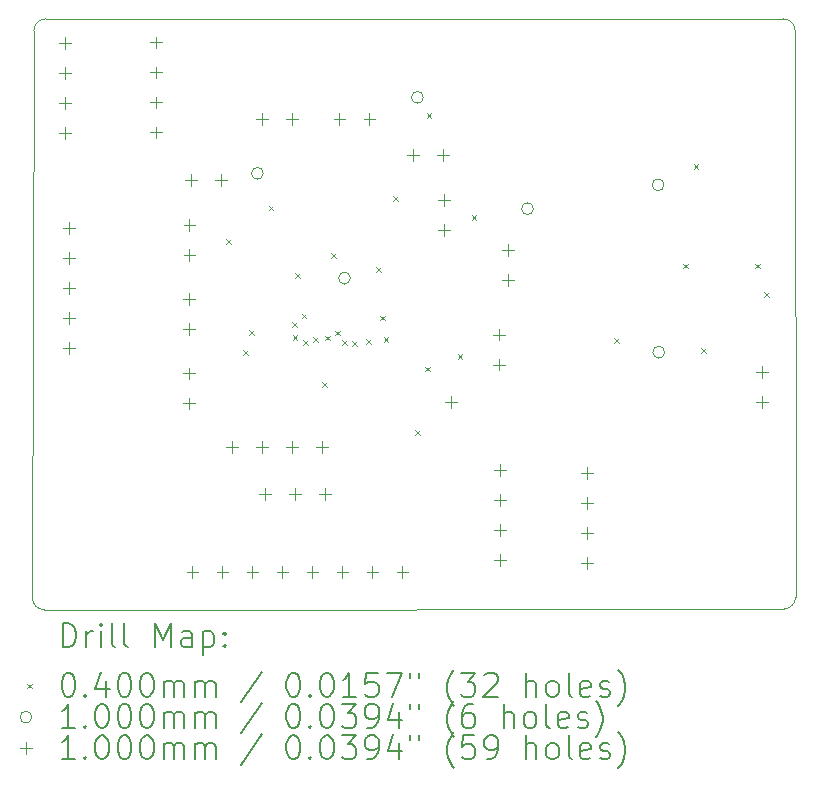
<source format=gbr>
%TF.GenerationSoftware,KiCad,Pcbnew,7.0.6*%
%TF.CreationDate,2024-02-20T00:48:51-05:00*%
%TF.ProjectId,AD7768_breakout,41443737-3638-45f6-9272-65616b6f7574,rev?*%
%TF.SameCoordinates,Original*%
%TF.FileFunction,Drillmap*%
%TF.FilePolarity,Positive*%
%FSLAX45Y45*%
G04 Gerber Fmt 4.5, Leading zero omitted, Abs format (unit mm)*
G04 Created by KiCad (PCBNEW 7.0.6) date 2024-02-20 00:48:51*
%MOMM*%
%LPD*%
G01*
G04 APERTURE LIST*
%ADD10C,0.100000*%
%ADD11C,0.200000*%
%ADD12C,0.040000*%
G04 APERTURE END LIST*
D10*
X22517516Y-9982616D02*
X16255367Y-9989884D01*
X16155251Y-9889634D02*
X16167251Y-5087250D01*
X16155257Y-9889634D02*
G75*
G03*
X16255367Y-9989883I99993J-256D01*
G01*
X22612600Y-5087400D02*
G75*
G03*
X22512600Y-4987500I-100000J-100D01*
G01*
X22612600Y-5087400D02*
X22617400Y-9882516D01*
X22517516Y-9982620D02*
G75*
G03*
X22617400Y-9882516I-116J100000D01*
G01*
X16267250Y-4987500D02*
X22512600Y-4987500D01*
X16267250Y-4987500D02*
G75*
G03*
X16167251Y-5087250I0J-100000D01*
G01*
D11*
D12*
X17792500Y-6850000D02*
X17832500Y-6890000D01*
X17832500Y-6850000D02*
X17792500Y-6890000D01*
X17937500Y-7790000D02*
X17977500Y-7830000D01*
X17977500Y-7790000D02*
X17937500Y-7830000D01*
X17992500Y-7625000D02*
X18032500Y-7665000D01*
X18032500Y-7625000D02*
X17992500Y-7665000D01*
X18155000Y-6570000D02*
X18195000Y-6610000D01*
X18195000Y-6570000D02*
X18155000Y-6610000D01*
X18355000Y-7557500D02*
X18395000Y-7597500D01*
X18395000Y-7557500D02*
X18355000Y-7597500D01*
X18357500Y-7662500D02*
X18397500Y-7702500D01*
X18397500Y-7662500D02*
X18357500Y-7702500D01*
X18382500Y-7142500D02*
X18422500Y-7182500D01*
X18422500Y-7142500D02*
X18382500Y-7182500D01*
X18435000Y-7482500D02*
X18475000Y-7522500D01*
X18475000Y-7482500D02*
X18435000Y-7522500D01*
X18450000Y-7710000D02*
X18490000Y-7750000D01*
X18490000Y-7710000D02*
X18450000Y-7750000D01*
X18533768Y-7680083D02*
X18573768Y-7720083D01*
X18573768Y-7680083D02*
X18533768Y-7720083D01*
X18607500Y-8065000D02*
X18647500Y-8105000D01*
X18647500Y-8065000D02*
X18607500Y-8105000D01*
X18632500Y-7670000D02*
X18672500Y-7710000D01*
X18672500Y-7670000D02*
X18632500Y-7710000D01*
X18685000Y-6970000D02*
X18725000Y-7010000D01*
X18725000Y-6970000D02*
X18685000Y-7010000D01*
X18720000Y-7627500D02*
X18760000Y-7667500D01*
X18760000Y-7627500D02*
X18720000Y-7667500D01*
X18775300Y-7705000D02*
X18815300Y-7745000D01*
X18815300Y-7705000D02*
X18775300Y-7745000D01*
X18863834Y-7713601D02*
X18903834Y-7753601D01*
X18903834Y-7713601D02*
X18863834Y-7753601D01*
X18982500Y-7697500D02*
X19022500Y-7737500D01*
X19022500Y-7697500D02*
X18982500Y-7737500D01*
X19067500Y-7092500D02*
X19107500Y-7132500D01*
X19107500Y-7092500D02*
X19067500Y-7132500D01*
X19100000Y-7500000D02*
X19140000Y-7540000D01*
X19140000Y-7500000D02*
X19100000Y-7540000D01*
X19130000Y-7682500D02*
X19170000Y-7722500D01*
X19170000Y-7682500D02*
X19130000Y-7722500D01*
X19210000Y-6490000D02*
X19250000Y-6530000D01*
X19250000Y-6490000D02*
X19210000Y-6530000D01*
X19395000Y-8467500D02*
X19435000Y-8507500D01*
X19435000Y-8467500D02*
X19395000Y-8507500D01*
X19482500Y-7932500D02*
X19522500Y-7972500D01*
X19522500Y-7932500D02*
X19482500Y-7972500D01*
X19492500Y-5785000D02*
X19532500Y-5825000D01*
X19532500Y-5785000D02*
X19492500Y-5825000D01*
X19755000Y-7827500D02*
X19795000Y-7867500D01*
X19795000Y-7827500D02*
X19755000Y-7867500D01*
X19875000Y-6649000D02*
X19915000Y-6689000D01*
X19915000Y-6649000D02*
X19875000Y-6689000D01*
X21077500Y-7692500D02*
X21117500Y-7732500D01*
X21117500Y-7692500D02*
X21077500Y-7732500D01*
X21662500Y-7060000D02*
X21702500Y-7100000D01*
X21702500Y-7060000D02*
X21662500Y-7100000D01*
X21752500Y-6220000D02*
X21792500Y-6260000D01*
X21792500Y-6220000D02*
X21752500Y-6260000D01*
X21815000Y-7772500D02*
X21855000Y-7812500D01*
X21855000Y-7772500D02*
X21815000Y-7812500D01*
X22273890Y-7058890D02*
X22313890Y-7098890D01*
X22313890Y-7058890D02*
X22273890Y-7098890D01*
X22350000Y-7300000D02*
X22390000Y-7340000D01*
X22390000Y-7300000D02*
X22350000Y-7340000D01*
D10*
X18110000Y-6295000D02*
G75*
G03*
X18110000Y-6295000I-50000J0D01*
G01*
X18847500Y-7182500D02*
G75*
G03*
X18847500Y-7182500I-50000J0D01*
G01*
X19465000Y-5652500D02*
G75*
G03*
X19465000Y-5652500I-50000J0D01*
G01*
X20397000Y-6595000D02*
G75*
G03*
X20397000Y-6595000I-50000J0D01*
G01*
X21502500Y-6392500D02*
G75*
G03*
X21502500Y-6392500I-50000J0D01*
G01*
X21507500Y-7810000D02*
G75*
G03*
X21507500Y-7810000I-50000J0D01*
G01*
X16432500Y-5145000D02*
X16432500Y-5245000D01*
X16382500Y-5195000D02*
X16482500Y-5195000D01*
X16432500Y-5399000D02*
X16432500Y-5499000D01*
X16382500Y-5449000D02*
X16482500Y-5449000D01*
X16432500Y-5653000D02*
X16432500Y-5753000D01*
X16382500Y-5703000D02*
X16482500Y-5703000D01*
X16432500Y-5907000D02*
X16432500Y-6007000D01*
X16382500Y-5957000D02*
X16482500Y-5957000D01*
X16465000Y-6706000D02*
X16465000Y-6806000D01*
X16415000Y-6756000D02*
X16515000Y-6756000D01*
X16465000Y-6960000D02*
X16465000Y-7060000D01*
X16415000Y-7010000D02*
X16515000Y-7010000D01*
X16465000Y-7214000D02*
X16465000Y-7314000D01*
X16415000Y-7264000D02*
X16515000Y-7264000D01*
X16465000Y-7468000D02*
X16465000Y-7568000D01*
X16415000Y-7518000D02*
X16515000Y-7518000D01*
X16465000Y-7722000D02*
X16465000Y-7822000D01*
X16415000Y-7772000D02*
X16515000Y-7772000D01*
X17202500Y-5137500D02*
X17202500Y-5237500D01*
X17152500Y-5187500D02*
X17252500Y-5187500D01*
X17202500Y-5391500D02*
X17202500Y-5491500D01*
X17152500Y-5441500D02*
X17252500Y-5441500D01*
X17202500Y-5645500D02*
X17202500Y-5745500D01*
X17152500Y-5695500D02*
X17252500Y-5695500D01*
X17202500Y-5899500D02*
X17202500Y-5999500D01*
X17152500Y-5949500D02*
X17252500Y-5949500D01*
X17480000Y-7940000D02*
X17480000Y-8040000D01*
X17430000Y-7990000D02*
X17530000Y-7990000D01*
X17480000Y-8194000D02*
X17480000Y-8294000D01*
X17430000Y-8244000D02*
X17530000Y-8244000D01*
X17482500Y-7312500D02*
X17482500Y-7412500D01*
X17432500Y-7362500D02*
X17532500Y-7362500D01*
X17482500Y-7566500D02*
X17482500Y-7666500D01*
X17432500Y-7616500D02*
X17532500Y-7616500D01*
X17485000Y-6682500D02*
X17485000Y-6782500D01*
X17435000Y-6732500D02*
X17535000Y-6732500D01*
X17485000Y-6936500D02*
X17485000Y-7036500D01*
X17435000Y-6986500D02*
X17535000Y-6986500D01*
X17498500Y-6302500D02*
X17498500Y-6402500D01*
X17448500Y-6352500D02*
X17548500Y-6352500D01*
X17510000Y-9620000D02*
X17510000Y-9720000D01*
X17460000Y-9670000D02*
X17560000Y-9670000D01*
X17752500Y-6302500D02*
X17752500Y-6402500D01*
X17702500Y-6352500D02*
X17802500Y-6352500D01*
X17764000Y-9620000D02*
X17764000Y-9720000D01*
X17714000Y-9670000D02*
X17814000Y-9670000D01*
X17842000Y-8565000D02*
X17842000Y-8665000D01*
X17792000Y-8615000D02*
X17892000Y-8615000D01*
X18018000Y-9620000D02*
X18018000Y-9720000D01*
X17968000Y-9670000D02*
X18068000Y-9670000D01*
X18096000Y-8565000D02*
X18096000Y-8665000D01*
X18046000Y-8615000D02*
X18146000Y-8615000D01*
X18101000Y-5787500D02*
X18101000Y-5887500D01*
X18051000Y-5837500D02*
X18151000Y-5837500D01*
X18123500Y-8957500D02*
X18123500Y-9057500D01*
X18073500Y-9007500D02*
X18173500Y-9007500D01*
X18272000Y-9620000D02*
X18272000Y-9720000D01*
X18222000Y-9670000D02*
X18322000Y-9670000D01*
X18350000Y-8565000D02*
X18350000Y-8665000D01*
X18300000Y-8615000D02*
X18400000Y-8615000D01*
X18355000Y-5787500D02*
X18355000Y-5887500D01*
X18305000Y-5837500D02*
X18405000Y-5837500D01*
X18377500Y-8957500D02*
X18377500Y-9057500D01*
X18327500Y-9007500D02*
X18427500Y-9007500D01*
X18526000Y-9620000D02*
X18526000Y-9720000D01*
X18476000Y-9670000D02*
X18576000Y-9670000D01*
X18604000Y-8565000D02*
X18604000Y-8665000D01*
X18554000Y-8615000D02*
X18654000Y-8615000D01*
X18631500Y-8957500D02*
X18631500Y-9057500D01*
X18581500Y-9007500D02*
X18681500Y-9007500D01*
X18755000Y-5787500D02*
X18755000Y-5887500D01*
X18705000Y-5837500D02*
X18805000Y-5837500D01*
X18780000Y-9620000D02*
X18780000Y-9720000D01*
X18730000Y-9670000D02*
X18830000Y-9670000D01*
X19009000Y-5787500D02*
X19009000Y-5887500D01*
X18959000Y-5837500D02*
X19059000Y-5837500D01*
X19034000Y-9620000D02*
X19034000Y-9720000D01*
X18984000Y-9670000D02*
X19084000Y-9670000D01*
X19288000Y-9620000D02*
X19288000Y-9720000D01*
X19238000Y-9670000D02*
X19338000Y-9670000D01*
X19380000Y-6092500D02*
X19380000Y-6192500D01*
X19330000Y-6142500D02*
X19430000Y-6142500D01*
X19634000Y-6092500D02*
X19634000Y-6192500D01*
X19584000Y-6142500D02*
X19684000Y-6142500D01*
X19637500Y-6472500D02*
X19637500Y-6572500D01*
X19587500Y-6522500D02*
X19687500Y-6522500D01*
X19637500Y-6726500D02*
X19637500Y-6826500D01*
X19587500Y-6776500D02*
X19687500Y-6776500D01*
X19697500Y-8182500D02*
X19697500Y-8282500D01*
X19647500Y-8232500D02*
X19747500Y-8232500D01*
X20107500Y-7610000D02*
X20107500Y-7710000D01*
X20057500Y-7660000D02*
X20157500Y-7660000D01*
X20107500Y-7864000D02*
X20107500Y-7964000D01*
X20057500Y-7914000D02*
X20157500Y-7914000D01*
X20116000Y-8758000D02*
X20116000Y-8858000D01*
X20066000Y-8808000D02*
X20166000Y-8808000D01*
X20116000Y-9012000D02*
X20116000Y-9112000D01*
X20066000Y-9062000D02*
X20166000Y-9062000D01*
X20116000Y-9266000D02*
X20116000Y-9366000D01*
X20066000Y-9316000D02*
X20166000Y-9316000D01*
X20116000Y-9520000D02*
X20116000Y-9620000D01*
X20066000Y-9570000D02*
X20166000Y-9570000D01*
X20182500Y-6895000D02*
X20182500Y-6995000D01*
X20132500Y-6945000D02*
X20232500Y-6945000D01*
X20182500Y-7149000D02*
X20182500Y-7249000D01*
X20132500Y-7199000D02*
X20232500Y-7199000D01*
X20852000Y-8782000D02*
X20852000Y-8882000D01*
X20802000Y-8832000D02*
X20902000Y-8832000D01*
X20852000Y-9036000D02*
X20852000Y-9136000D01*
X20802000Y-9086000D02*
X20902000Y-9086000D01*
X20852000Y-9290000D02*
X20852000Y-9390000D01*
X20802000Y-9340000D02*
X20902000Y-9340000D01*
X20852000Y-9544000D02*
X20852000Y-9644000D01*
X20802000Y-9594000D02*
X20902000Y-9594000D01*
X22335000Y-7930000D02*
X22335000Y-8030000D01*
X22285000Y-7980000D02*
X22385000Y-7980000D01*
X22335000Y-8184000D02*
X22335000Y-8284000D01*
X22285000Y-8234000D02*
X22385000Y-8234000D01*
D11*
X16411028Y-10306367D02*
X16411028Y-10106367D01*
X16411028Y-10106367D02*
X16458647Y-10106367D01*
X16458647Y-10106367D02*
X16487218Y-10115891D01*
X16487218Y-10115891D02*
X16506266Y-10134939D01*
X16506266Y-10134939D02*
X16515789Y-10153986D01*
X16515789Y-10153986D02*
X16525313Y-10192082D01*
X16525313Y-10192082D02*
X16525313Y-10220653D01*
X16525313Y-10220653D02*
X16515789Y-10258748D01*
X16515789Y-10258748D02*
X16506266Y-10277796D01*
X16506266Y-10277796D02*
X16487218Y-10296844D01*
X16487218Y-10296844D02*
X16458647Y-10306367D01*
X16458647Y-10306367D02*
X16411028Y-10306367D01*
X16611028Y-10306367D02*
X16611028Y-10173034D01*
X16611028Y-10211129D02*
X16620551Y-10192082D01*
X16620551Y-10192082D02*
X16630075Y-10182558D01*
X16630075Y-10182558D02*
X16649123Y-10173034D01*
X16649123Y-10173034D02*
X16668170Y-10173034D01*
X16734837Y-10306367D02*
X16734837Y-10173034D01*
X16734837Y-10106367D02*
X16725313Y-10115891D01*
X16725313Y-10115891D02*
X16734837Y-10125415D01*
X16734837Y-10125415D02*
X16744361Y-10115891D01*
X16744361Y-10115891D02*
X16734837Y-10106367D01*
X16734837Y-10106367D02*
X16734837Y-10125415D01*
X16858647Y-10306367D02*
X16839599Y-10296844D01*
X16839599Y-10296844D02*
X16830075Y-10277796D01*
X16830075Y-10277796D02*
X16830075Y-10106367D01*
X16963409Y-10306367D02*
X16944361Y-10296844D01*
X16944361Y-10296844D02*
X16934837Y-10277796D01*
X16934837Y-10277796D02*
X16934837Y-10106367D01*
X17191980Y-10306367D02*
X17191980Y-10106367D01*
X17191980Y-10106367D02*
X17258647Y-10249225D01*
X17258647Y-10249225D02*
X17325313Y-10106367D01*
X17325313Y-10106367D02*
X17325313Y-10306367D01*
X17506266Y-10306367D02*
X17506266Y-10201606D01*
X17506266Y-10201606D02*
X17496742Y-10182558D01*
X17496742Y-10182558D02*
X17477694Y-10173034D01*
X17477694Y-10173034D02*
X17439599Y-10173034D01*
X17439599Y-10173034D02*
X17420551Y-10182558D01*
X17506266Y-10296844D02*
X17487218Y-10306367D01*
X17487218Y-10306367D02*
X17439599Y-10306367D01*
X17439599Y-10306367D02*
X17420551Y-10296844D01*
X17420551Y-10296844D02*
X17411028Y-10277796D01*
X17411028Y-10277796D02*
X17411028Y-10258748D01*
X17411028Y-10258748D02*
X17420551Y-10239701D01*
X17420551Y-10239701D02*
X17439599Y-10230177D01*
X17439599Y-10230177D02*
X17487218Y-10230177D01*
X17487218Y-10230177D02*
X17506266Y-10220653D01*
X17601504Y-10173034D02*
X17601504Y-10373034D01*
X17601504Y-10182558D02*
X17620551Y-10173034D01*
X17620551Y-10173034D02*
X17658647Y-10173034D01*
X17658647Y-10173034D02*
X17677694Y-10182558D01*
X17677694Y-10182558D02*
X17687218Y-10192082D01*
X17687218Y-10192082D02*
X17696742Y-10211129D01*
X17696742Y-10211129D02*
X17696742Y-10268272D01*
X17696742Y-10268272D02*
X17687218Y-10287320D01*
X17687218Y-10287320D02*
X17677694Y-10296844D01*
X17677694Y-10296844D02*
X17658647Y-10306367D01*
X17658647Y-10306367D02*
X17620551Y-10306367D01*
X17620551Y-10306367D02*
X17601504Y-10296844D01*
X17782456Y-10287320D02*
X17791980Y-10296844D01*
X17791980Y-10296844D02*
X17782456Y-10306367D01*
X17782456Y-10306367D02*
X17772932Y-10296844D01*
X17772932Y-10296844D02*
X17782456Y-10287320D01*
X17782456Y-10287320D02*
X17782456Y-10306367D01*
X17782456Y-10182558D02*
X17791980Y-10192082D01*
X17791980Y-10192082D02*
X17782456Y-10201606D01*
X17782456Y-10201606D02*
X17772932Y-10192082D01*
X17772932Y-10192082D02*
X17782456Y-10182558D01*
X17782456Y-10182558D02*
X17782456Y-10201606D01*
D12*
X16110251Y-10614884D02*
X16150251Y-10654884D01*
X16150251Y-10614884D02*
X16110251Y-10654884D01*
D11*
X16449123Y-10526367D02*
X16468170Y-10526367D01*
X16468170Y-10526367D02*
X16487218Y-10535891D01*
X16487218Y-10535891D02*
X16496742Y-10545415D01*
X16496742Y-10545415D02*
X16506266Y-10564463D01*
X16506266Y-10564463D02*
X16515789Y-10602558D01*
X16515789Y-10602558D02*
X16515789Y-10650177D01*
X16515789Y-10650177D02*
X16506266Y-10688272D01*
X16506266Y-10688272D02*
X16496742Y-10707320D01*
X16496742Y-10707320D02*
X16487218Y-10716844D01*
X16487218Y-10716844D02*
X16468170Y-10726367D01*
X16468170Y-10726367D02*
X16449123Y-10726367D01*
X16449123Y-10726367D02*
X16430075Y-10716844D01*
X16430075Y-10716844D02*
X16420551Y-10707320D01*
X16420551Y-10707320D02*
X16411028Y-10688272D01*
X16411028Y-10688272D02*
X16401504Y-10650177D01*
X16401504Y-10650177D02*
X16401504Y-10602558D01*
X16401504Y-10602558D02*
X16411028Y-10564463D01*
X16411028Y-10564463D02*
X16420551Y-10545415D01*
X16420551Y-10545415D02*
X16430075Y-10535891D01*
X16430075Y-10535891D02*
X16449123Y-10526367D01*
X16601504Y-10707320D02*
X16611028Y-10716844D01*
X16611028Y-10716844D02*
X16601504Y-10726367D01*
X16601504Y-10726367D02*
X16591980Y-10716844D01*
X16591980Y-10716844D02*
X16601504Y-10707320D01*
X16601504Y-10707320D02*
X16601504Y-10726367D01*
X16782456Y-10593034D02*
X16782456Y-10726367D01*
X16734837Y-10516844D02*
X16687218Y-10659701D01*
X16687218Y-10659701D02*
X16811028Y-10659701D01*
X16925313Y-10526367D02*
X16944361Y-10526367D01*
X16944361Y-10526367D02*
X16963409Y-10535891D01*
X16963409Y-10535891D02*
X16972932Y-10545415D01*
X16972932Y-10545415D02*
X16982456Y-10564463D01*
X16982456Y-10564463D02*
X16991980Y-10602558D01*
X16991980Y-10602558D02*
X16991980Y-10650177D01*
X16991980Y-10650177D02*
X16982456Y-10688272D01*
X16982456Y-10688272D02*
X16972932Y-10707320D01*
X16972932Y-10707320D02*
X16963409Y-10716844D01*
X16963409Y-10716844D02*
X16944361Y-10726367D01*
X16944361Y-10726367D02*
X16925313Y-10726367D01*
X16925313Y-10726367D02*
X16906266Y-10716844D01*
X16906266Y-10716844D02*
X16896742Y-10707320D01*
X16896742Y-10707320D02*
X16887218Y-10688272D01*
X16887218Y-10688272D02*
X16877694Y-10650177D01*
X16877694Y-10650177D02*
X16877694Y-10602558D01*
X16877694Y-10602558D02*
X16887218Y-10564463D01*
X16887218Y-10564463D02*
X16896742Y-10545415D01*
X16896742Y-10545415D02*
X16906266Y-10535891D01*
X16906266Y-10535891D02*
X16925313Y-10526367D01*
X17115790Y-10526367D02*
X17134837Y-10526367D01*
X17134837Y-10526367D02*
X17153885Y-10535891D01*
X17153885Y-10535891D02*
X17163409Y-10545415D01*
X17163409Y-10545415D02*
X17172932Y-10564463D01*
X17172932Y-10564463D02*
X17182456Y-10602558D01*
X17182456Y-10602558D02*
X17182456Y-10650177D01*
X17182456Y-10650177D02*
X17172932Y-10688272D01*
X17172932Y-10688272D02*
X17163409Y-10707320D01*
X17163409Y-10707320D02*
X17153885Y-10716844D01*
X17153885Y-10716844D02*
X17134837Y-10726367D01*
X17134837Y-10726367D02*
X17115790Y-10726367D01*
X17115790Y-10726367D02*
X17096742Y-10716844D01*
X17096742Y-10716844D02*
X17087218Y-10707320D01*
X17087218Y-10707320D02*
X17077694Y-10688272D01*
X17077694Y-10688272D02*
X17068171Y-10650177D01*
X17068171Y-10650177D02*
X17068171Y-10602558D01*
X17068171Y-10602558D02*
X17077694Y-10564463D01*
X17077694Y-10564463D02*
X17087218Y-10545415D01*
X17087218Y-10545415D02*
X17096742Y-10535891D01*
X17096742Y-10535891D02*
X17115790Y-10526367D01*
X17268171Y-10726367D02*
X17268171Y-10593034D01*
X17268171Y-10612082D02*
X17277694Y-10602558D01*
X17277694Y-10602558D02*
X17296742Y-10593034D01*
X17296742Y-10593034D02*
X17325313Y-10593034D01*
X17325313Y-10593034D02*
X17344361Y-10602558D01*
X17344361Y-10602558D02*
X17353885Y-10621606D01*
X17353885Y-10621606D02*
X17353885Y-10726367D01*
X17353885Y-10621606D02*
X17363409Y-10602558D01*
X17363409Y-10602558D02*
X17382456Y-10593034D01*
X17382456Y-10593034D02*
X17411028Y-10593034D01*
X17411028Y-10593034D02*
X17430075Y-10602558D01*
X17430075Y-10602558D02*
X17439599Y-10621606D01*
X17439599Y-10621606D02*
X17439599Y-10726367D01*
X17534837Y-10726367D02*
X17534837Y-10593034D01*
X17534837Y-10612082D02*
X17544361Y-10602558D01*
X17544361Y-10602558D02*
X17563409Y-10593034D01*
X17563409Y-10593034D02*
X17591980Y-10593034D01*
X17591980Y-10593034D02*
X17611028Y-10602558D01*
X17611028Y-10602558D02*
X17620552Y-10621606D01*
X17620552Y-10621606D02*
X17620552Y-10726367D01*
X17620552Y-10621606D02*
X17630075Y-10602558D01*
X17630075Y-10602558D02*
X17649123Y-10593034D01*
X17649123Y-10593034D02*
X17677694Y-10593034D01*
X17677694Y-10593034D02*
X17696742Y-10602558D01*
X17696742Y-10602558D02*
X17706266Y-10621606D01*
X17706266Y-10621606D02*
X17706266Y-10726367D01*
X18096742Y-10516844D02*
X17925314Y-10773986D01*
X18353885Y-10526367D02*
X18372933Y-10526367D01*
X18372933Y-10526367D02*
X18391980Y-10535891D01*
X18391980Y-10535891D02*
X18401504Y-10545415D01*
X18401504Y-10545415D02*
X18411028Y-10564463D01*
X18411028Y-10564463D02*
X18420552Y-10602558D01*
X18420552Y-10602558D02*
X18420552Y-10650177D01*
X18420552Y-10650177D02*
X18411028Y-10688272D01*
X18411028Y-10688272D02*
X18401504Y-10707320D01*
X18401504Y-10707320D02*
X18391980Y-10716844D01*
X18391980Y-10716844D02*
X18372933Y-10726367D01*
X18372933Y-10726367D02*
X18353885Y-10726367D01*
X18353885Y-10726367D02*
X18334837Y-10716844D01*
X18334837Y-10716844D02*
X18325314Y-10707320D01*
X18325314Y-10707320D02*
X18315790Y-10688272D01*
X18315790Y-10688272D02*
X18306266Y-10650177D01*
X18306266Y-10650177D02*
X18306266Y-10602558D01*
X18306266Y-10602558D02*
X18315790Y-10564463D01*
X18315790Y-10564463D02*
X18325314Y-10545415D01*
X18325314Y-10545415D02*
X18334837Y-10535891D01*
X18334837Y-10535891D02*
X18353885Y-10526367D01*
X18506266Y-10707320D02*
X18515790Y-10716844D01*
X18515790Y-10716844D02*
X18506266Y-10726367D01*
X18506266Y-10726367D02*
X18496742Y-10716844D01*
X18496742Y-10716844D02*
X18506266Y-10707320D01*
X18506266Y-10707320D02*
X18506266Y-10726367D01*
X18639599Y-10526367D02*
X18658647Y-10526367D01*
X18658647Y-10526367D02*
X18677695Y-10535891D01*
X18677695Y-10535891D02*
X18687218Y-10545415D01*
X18687218Y-10545415D02*
X18696742Y-10564463D01*
X18696742Y-10564463D02*
X18706266Y-10602558D01*
X18706266Y-10602558D02*
X18706266Y-10650177D01*
X18706266Y-10650177D02*
X18696742Y-10688272D01*
X18696742Y-10688272D02*
X18687218Y-10707320D01*
X18687218Y-10707320D02*
X18677695Y-10716844D01*
X18677695Y-10716844D02*
X18658647Y-10726367D01*
X18658647Y-10726367D02*
X18639599Y-10726367D01*
X18639599Y-10726367D02*
X18620552Y-10716844D01*
X18620552Y-10716844D02*
X18611028Y-10707320D01*
X18611028Y-10707320D02*
X18601504Y-10688272D01*
X18601504Y-10688272D02*
X18591980Y-10650177D01*
X18591980Y-10650177D02*
X18591980Y-10602558D01*
X18591980Y-10602558D02*
X18601504Y-10564463D01*
X18601504Y-10564463D02*
X18611028Y-10545415D01*
X18611028Y-10545415D02*
X18620552Y-10535891D01*
X18620552Y-10535891D02*
X18639599Y-10526367D01*
X18896742Y-10726367D02*
X18782456Y-10726367D01*
X18839599Y-10726367D02*
X18839599Y-10526367D01*
X18839599Y-10526367D02*
X18820552Y-10554939D01*
X18820552Y-10554939D02*
X18801504Y-10573986D01*
X18801504Y-10573986D02*
X18782456Y-10583510D01*
X19077695Y-10526367D02*
X18982456Y-10526367D01*
X18982456Y-10526367D02*
X18972933Y-10621606D01*
X18972933Y-10621606D02*
X18982456Y-10612082D01*
X18982456Y-10612082D02*
X19001504Y-10602558D01*
X19001504Y-10602558D02*
X19049123Y-10602558D01*
X19049123Y-10602558D02*
X19068171Y-10612082D01*
X19068171Y-10612082D02*
X19077695Y-10621606D01*
X19077695Y-10621606D02*
X19087218Y-10640653D01*
X19087218Y-10640653D02*
X19087218Y-10688272D01*
X19087218Y-10688272D02*
X19077695Y-10707320D01*
X19077695Y-10707320D02*
X19068171Y-10716844D01*
X19068171Y-10716844D02*
X19049123Y-10726367D01*
X19049123Y-10726367D02*
X19001504Y-10726367D01*
X19001504Y-10726367D02*
X18982456Y-10716844D01*
X18982456Y-10716844D02*
X18972933Y-10707320D01*
X19153885Y-10526367D02*
X19287218Y-10526367D01*
X19287218Y-10526367D02*
X19201504Y-10726367D01*
X19353885Y-10526367D02*
X19353885Y-10564463D01*
X19430076Y-10526367D02*
X19430076Y-10564463D01*
X19725314Y-10802558D02*
X19715790Y-10793034D01*
X19715790Y-10793034D02*
X19696742Y-10764463D01*
X19696742Y-10764463D02*
X19687218Y-10745415D01*
X19687218Y-10745415D02*
X19677695Y-10716844D01*
X19677695Y-10716844D02*
X19668171Y-10669225D01*
X19668171Y-10669225D02*
X19668171Y-10631129D01*
X19668171Y-10631129D02*
X19677695Y-10583510D01*
X19677695Y-10583510D02*
X19687218Y-10554939D01*
X19687218Y-10554939D02*
X19696742Y-10535891D01*
X19696742Y-10535891D02*
X19715790Y-10507320D01*
X19715790Y-10507320D02*
X19725314Y-10497796D01*
X19782457Y-10526367D02*
X19906266Y-10526367D01*
X19906266Y-10526367D02*
X19839599Y-10602558D01*
X19839599Y-10602558D02*
X19868171Y-10602558D01*
X19868171Y-10602558D02*
X19887218Y-10612082D01*
X19887218Y-10612082D02*
X19896742Y-10621606D01*
X19896742Y-10621606D02*
X19906266Y-10640653D01*
X19906266Y-10640653D02*
X19906266Y-10688272D01*
X19906266Y-10688272D02*
X19896742Y-10707320D01*
X19896742Y-10707320D02*
X19887218Y-10716844D01*
X19887218Y-10716844D02*
X19868171Y-10726367D01*
X19868171Y-10726367D02*
X19811028Y-10726367D01*
X19811028Y-10726367D02*
X19791980Y-10716844D01*
X19791980Y-10716844D02*
X19782457Y-10707320D01*
X19982457Y-10545415D02*
X19991980Y-10535891D01*
X19991980Y-10535891D02*
X20011028Y-10526367D01*
X20011028Y-10526367D02*
X20058647Y-10526367D01*
X20058647Y-10526367D02*
X20077695Y-10535891D01*
X20077695Y-10535891D02*
X20087218Y-10545415D01*
X20087218Y-10545415D02*
X20096742Y-10564463D01*
X20096742Y-10564463D02*
X20096742Y-10583510D01*
X20096742Y-10583510D02*
X20087218Y-10612082D01*
X20087218Y-10612082D02*
X19972933Y-10726367D01*
X19972933Y-10726367D02*
X20096742Y-10726367D01*
X20334838Y-10726367D02*
X20334838Y-10526367D01*
X20420552Y-10726367D02*
X20420552Y-10621606D01*
X20420552Y-10621606D02*
X20411028Y-10602558D01*
X20411028Y-10602558D02*
X20391980Y-10593034D01*
X20391980Y-10593034D02*
X20363409Y-10593034D01*
X20363409Y-10593034D02*
X20344361Y-10602558D01*
X20344361Y-10602558D02*
X20334838Y-10612082D01*
X20544361Y-10726367D02*
X20525314Y-10716844D01*
X20525314Y-10716844D02*
X20515790Y-10707320D01*
X20515790Y-10707320D02*
X20506266Y-10688272D01*
X20506266Y-10688272D02*
X20506266Y-10631129D01*
X20506266Y-10631129D02*
X20515790Y-10612082D01*
X20515790Y-10612082D02*
X20525314Y-10602558D01*
X20525314Y-10602558D02*
X20544361Y-10593034D01*
X20544361Y-10593034D02*
X20572933Y-10593034D01*
X20572933Y-10593034D02*
X20591980Y-10602558D01*
X20591980Y-10602558D02*
X20601504Y-10612082D01*
X20601504Y-10612082D02*
X20611028Y-10631129D01*
X20611028Y-10631129D02*
X20611028Y-10688272D01*
X20611028Y-10688272D02*
X20601504Y-10707320D01*
X20601504Y-10707320D02*
X20591980Y-10716844D01*
X20591980Y-10716844D02*
X20572933Y-10726367D01*
X20572933Y-10726367D02*
X20544361Y-10726367D01*
X20725314Y-10726367D02*
X20706266Y-10716844D01*
X20706266Y-10716844D02*
X20696742Y-10697796D01*
X20696742Y-10697796D02*
X20696742Y-10526367D01*
X20877695Y-10716844D02*
X20858647Y-10726367D01*
X20858647Y-10726367D02*
X20820552Y-10726367D01*
X20820552Y-10726367D02*
X20801504Y-10716844D01*
X20801504Y-10716844D02*
X20791980Y-10697796D01*
X20791980Y-10697796D02*
X20791980Y-10621606D01*
X20791980Y-10621606D02*
X20801504Y-10602558D01*
X20801504Y-10602558D02*
X20820552Y-10593034D01*
X20820552Y-10593034D02*
X20858647Y-10593034D01*
X20858647Y-10593034D02*
X20877695Y-10602558D01*
X20877695Y-10602558D02*
X20887219Y-10621606D01*
X20887219Y-10621606D02*
X20887219Y-10640653D01*
X20887219Y-10640653D02*
X20791980Y-10659701D01*
X20963409Y-10716844D02*
X20982457Y-10726367D01*
X20982457Y-10726367D02*
X21020552Y-10726367D01*
X21020552Y-10726367D02*
X21039600Y-10716844D01*
X21039600Y-10716844D02*
X21049123Y-10697796D01*
X21049123Y-10697796D02*
X21049123Y-10688272D01*
X21049123Y-10688272D02*
X21039600Y-10669225D01*
X21039600Y-10669225D02*
X21020552Y-10659701D01*
X21020552Y-10659701D02*
X20991980Y-10659701D01*
X20991980Y-10659701D02*
X20972933Y-10650177D01*
X20972933Y-10650177D02*
X20963409Y-10631129D01*
X20963409Y-10631129D02*
X20963409Y-10621606D01*
X20963409Y-10621606D02*
X20972933Y-10602558D01*
X20972933Y-10602558D02*
X20991980Y-10593034D01*
X20991980Y-10593034D02*
X21020552Y-10593034D01*
X21020552Y-10593034D02*
X21039600Y-10602558D01*
X21115790Y-10802558D02*
X21125314Y-10793034D01*
X21125314Y-10793034D02*
X21144361Y-10764463D01*
X21144361Y-10764463D02*
X21153885Y-10745415D01*
X21153885Y-10745415D02*
X21163409Y-10716844D01*
X21163409Y-10716844D02*
X21172933Y-10669225D01*
X21172933Y-10669225D02*
X21172933Y-10631129D01*
X21172933Y-10631129D02*
X21163409Y-10583510D01*
X21163409Y-10583510D02*
X21153885Y-10554939D01*
X21153885Y-10554939D02*
X21144361Y-10535891D01*
X21144361Y-10535891D02*
X21125314Y-10507320D01*
X21125314Y-10507320D02*
X21115790Y-10497796D01*
D10*
X16150251Y-10898884D02*
G75*
G03*
X16150251Y-10898884I-50000J0D01*
G01*
D11*
X16515789Y-10990367D02*
X16401504Y-10990367D01*
X16458647Y-10990367D02*
X16458647Y-10790367D01*
X16458647Y-10790367D02*
X16439599Y-10818939D01*
X16439599Y-10818939D02*
X16420551Y-10837986D01*
X16420551Y-10837986D02*
X16401504Y-10847510D01*
X16601504Y-10971320D02*
X16611028Y-10980844D01*
X16611028Y-10980844D02*
X16601504Y-10990367D01*
X16601504Y-10990367D02*
X16591980Y-10980844D01*
X16591980Y-10980844D02*
X16601504Y-10971320D01*
X16601504Y-10971320D02*
X16601504Y-10990367D01*
X16734837Y-10790367D02*
X16753885Y-10790367D01*
X16753885Y-10790367D02*
X16772932Y-10799891D01*
X16772932Y-10799891D02*
X16782456Y-10809415D01*
X16782456Y-10809415D02*
X16791980Y-10828463D01*
X16791980Y-10828463D02*
X16801504Y-10866558D01*
X16801504Y-10866558D02*
X16801504Y-10914177D01*
X16801504Y-10914177D02*
X16791980Y-10952272D01*
X16791980Y-10952272D02*
X16782456Y-10971320D01*
X16782456Y-10971320D02*
X16772932Y-10980844D01*
X16772932Y-10980844D02*
X16753885Y-10990367D01*
X16753885Y-10990367D02*
X16734837Y-10990367D01*
X16734837Y-10990367D02*
X16715789Y-10980844D01*
X16715789Y-10980844D02*
X16706266Y-10971320D01*
X16706266Y-10971320D02*
X16696742Y-10952272D01*
X16696742Y-10952272D02*
X16687218Y-10914177D01*
X16687218Y-10914177D02*
X16687218Y-10866558D01*
X16687218Y-10866558D02*
X16696742Y-10828463D01*
X16696742Y-10828463D02*
X16706266Y-10809415D01*
X16706266Y-10809415D02*
X16715789Y-10799891D01*
X16715789Y-10799891D02*
X16734837Y-10790367D01*
X16925313Y-10790367D02*
X16944361Y-10790367D01*
X16944361Y-10790367D02*
X16963409Y-10799891D01*
X16963409Y-10799891D02*
X16972932Y-10809415D01*
X16972932Y-10809415D02*
X16982456Y-10828463D01*
X16982456Y-10828463D02*
X16991980Y-10866558D01*
X16991980Y-10866558D02*
X16991980Y-10914177D01*
X16991980Y-10914177D02*
X16982456Y-10952272D01*
X16982456Y-10952272D02*
X16972932Y-10971320D01*
X16972932Y-10971320D02*
X16963409Y-10980844D01*
X16963409Y-10980844D02*
X16944361Y-10990367D01*
X16944361Y-10990367D02*
X16925313Y-10990367D01*
X16925313Y-10990367D02*
X16906266Y-10980844D01*
X16906266Y-10980844D02*
X16896742Y-10971320D01*
X16896742Y-10971320D02*
X16887218Y-10952272D01*
X16887218Y-10952272D02*
X16877694Y-10914177D01*
X16877694Y-10914177D02*
X16877694Y-10866558D01*
X16877694Y-10866558D02*
X16887218Y-10828463D01*
X16887218Y-10828463D02*
X16896742Y-10809415D01*
X16896742Y-10809415D02*
X16906266Y-10799891D01*
X16906266Y-10799891D02*
X16925313Y-10790367D01*
X17115790Y-10790367D02*
X17134837Y-10790367D01*
X17134837Y-10790367D02*
X17153885Y-10799891D01*
X17153885Y-10799891D02*
X17163409Y-10809415D01*
X17163409Y-10809415D02*
X17172932Y-10828463D01*
X17172932Y-10828463D02*
X17182456Y-10866558D01*
X17182456Y-10866558D02*
X17182456Y-10914177D01*
X17182456Y-10914177D02*
X17172932Y-10952272D01*
X17172932Y-10952272D02*
X17163409Y-10971320D01*
X17163409Y-10971320D02*
X17153885Y-10980844D01*
X17153885Y-10980844D02*
X17134837Y-10990367D01*
X17134837Y-10990367D02*
X17115790Y-10990367D01*
X17115790Y-10990367D02*
X17096742Y-10980844D01*
X17096742Y-10980844D02*
X17087218Y-10971320D01*
X17087218Y-10971320D02*
X17077694Y-10952272D01*
X17077694Y-10952272D02*
X17068171Y-10914177D01*
X17068171Y-10914177D02*
X17068171Y-10866558D01*
X17068171Y-10866558D02*
X17077694Y-10828463D01*
X17077694Y-10828463D02*
X17087218Y-10809415D01*
X17087218Y-10809415D02*
X17096742Y-10799891D01*
X17096742Y-10799891D02*
X17115790Y-10790367D01*
X17268171Y-10990367D02*
X17268171Y-10857034D01*
X17268171Y-10876082D02*
X17277694Y-10866558D01*
X17277694Y-10866558D02*
X17296742Y-10857034D01*
X17296742Y-10857034D02*
X17325313Y-10857034D01*
X17325313Y-10857034D02*
X17344361Y-10866558D01*
X17344361Y-10866558D02*
X17353885Y-10885606D01*
X17353885Y-10885606D02*
X17353885Y-10990367D01*
X17353885Y-10885606D02*
X17363409Y-10866558D01*
X17363409Y-10866558D02*
X17382456Y-10857034D01*
X17382456Y-10857034D02*
X17411028Y-10857034D01*
X17411028Y-10857034D02*
X17430075Y-10866558D01*
X17430075Y-10866558D02*
X17439599Y-10885606D01*
X17439599Y-10885606D02*
X17439599Y-10990367D01*
X17534837Y-10990367D02*
X17534837Y-10857034D01*
X17534837Y-10876082D02*
X17544361Y-10866558D01*
X17544361Y-10866558D02*
X17563409Y-10857034D01*
X17563409Y-10857034D02*
X17591980Y-10857034D01*
X17591980Y-10857034D02*
X17611028Y-10866558D01*
X17611028Y-10866558D02*
X17620552Y-10885606D01*
X17620552Y-10885606D02*
X17620552Y-10990367D01*
X17620552Y-10885606D02*
X17630075Y-10866558D01*
X17630075Y-10866558D02*
X17649123Y-10857034D01*
X17649123Y-10857034D02*
X17677694Y-10857034D01*
X17677694Y-10857034D02*
X17696742Y-10866558D01*
X17696742Y-10866558D02*
X17706266Y-10885606D01*
X17706266Y-10885606D02*
X17706266Y-10990367D01*
X18096742Y-10780844D02*
X17925314Y-11037986D01*
X18353885Y-10790367D02*
X18372933Y-10790367D01*
X18372933Y-10790367D02*
X18391980Y-10799891D01*
X18391980Y-10799891D02*
X18401504Y-10809415D01*
X18401504Y-10809415D02*
X18411028Y-10828463D01*
X18411028Y-10828463D02*
X18420552Y-10866558D01*
X18420552Y-10866558D02*
X18420552Y-10914177D01*
X18420552Y-10914177D02*
X18411028Y-10952272D01*
X18411028Y-10952272D02*
X18401504Y-10971320D01*
X18401504Y-10971320D02*
X18391980Y-10980844D01*
X18391980Y-10980844D02*
X18372933Y-10990367D01*
X18372933Y-10990367D02*
X18353885Y-10990367D01*
X18353885Y-10990367D02*
X18334837Y-10980844D01*
X18334837Y-10980844D02*
X18325314Y-10971320D01*
X18325314Y-10971320D02*
X18315790Y-10952272D01*
X18315790Y-10952272D02*
X18306266Y-10914177D01*
X18306266Y-10914177D02*
X18306266Y-10866558D01*
X18306266Y-10866558D02*
X18315790Y-10828463D01*
X18315790Y-10828463D02*
X18325314Y-10809415D01*
X18325314Y-10809415D02*
X18334837Y-10799891D01*
X18334837Y-10799891D02*
X18353885Y-10790367D01*
X18506266Y-10971320D02*
X18515790Y-10980844D01*
X18515790Y-10980844D02*
X18506266Y-10990367D01*
X18506266Y-10990367D02*
X18496742Y-10980844D01*
X18496742Y-10980844D02*
X18506266Y-10971320D01*
X18506266Y-10971320D02*
X18506266Y-10990367D01*
X18639599Y-10790367D02*
X18658647Y-10790367D01*
X18658647Y-10790367D02*
X18677695Y-10799891D01*
X18677695Y-10799891D02*
X18687218Y-10809415D01*
X18687218Y-10809415D02*
X18696742Y-10828463D01*
X18696742Y-10828463D02*
X18706266Y-10866558D01*
X18706266Y-10866558D02*
X18706266Y-10914177D01*
X18706266Y-10914177D02*
X18696742Y-10952272D01*
X18696742Y-10952272D02*
X18687218Y-10971320D01*
X18687218Y-10971320D02*
X18677695Y-10980844D01*
X18677695Y-10980844D02*
X18658647Y-10990367D01*
X18658647Y-10990367D02*
X18639599Y-10990367D01*
X18639599Y-10990367D02*
X18620552Y-10980844D01*
X18620552Y-10980844D02*
X18611028Y-10971320D01*
X18611028Y-10971320D02*
X18601504Y-10952272D01*
X18601504Y-10952272D02*
X18591980Y-10914177D01*
X18591980Y-10914177D02*
X18591980Y-10866558D01*
X18591980Y-10866558D02*
X18601504Y-10828463D01*
X18601504Y-10828463D02*
X18611028Y-10809415D01*
X18611028Y-10809415D02*
X18620552Y-10799891D01*
X18620552Y-10799891D02*
X18639599Y-10790367D01*
X18772933Y-10790367D02*
X18896742Y-10790367D01*
X18896742Y-10790367D02*
X18830075Y-10866558D01*
X18830075Y-10866558D02*
X18858647Y-10866558D01*
X18858647Y-10866558D02*
X18877695Y-10876082D01*
X18877695Y-10876082D02*
X18887218Y-10885606D01*
X18887218Y-10885606D02*
X18896742Y-10904653D01*
X18896742Y-10904653D02*
X18896742Y-10952272D01*
X18896742Y-10952272D02*
X18887218Y-10971320D01*
X18887218Y-10971320D02*
X18877695Y-10980844D01*
X18877695Y-10980844D02*
X18858647Y-10990367D01*
X18858647Y-10990367D02*
X18801504Y-10990367D01*
X18801504Y-10990367D02*
X18782456Y-10980844D01*
X18782456Y-10980844D02*
X18772933Y-10971320D01*
X18991980Y-10990367D02*
X19030075Y-10990367D01*
X19030075Y-10990367D02*
X19049123Y-10980844D01*
X19049123Y-10980844D02*
X19058647Y-10971320D01*
X19058647Y-10971320D02*
X19077695Y-10942748D01*
X19077695Y-10942748D02*
X19087218Y-10904653D01*
X19087218Y-10904653D02*
X19087218Y-10828463D01*
X19087218Y-10828463D02*
X19077695Y-10809415D01*
X19077695Y-10809415D02*
X19068171Y-10799891D01*
X19068171Y-10799891D02*
X19049123Y-10790367D01*
X19049123Y-10790367D02*
X19011028Y-10790367D01*
X19011028Y-10790367D02*
X18991980Y-10799891D01*
X18991980Y-10799891D02*
X18982456Y-10809415D01*
X18982456Y-10809415D02*
X18972933Y-10828463D01*
X18972933Y-10828463D02*
X18972933Y-10876082D01*
X18972933Y-10876082D02*
X18982456Y-10895129D01*
X18982456Y-10895129D02*
X18991980Y-10904653D01*
X18991980Y-10904653D02*
X19011028Y-10914177D01*
X19011028Y-10914177D02*
X19049123Y-10914177D01*
X19049123Y-10914177D02*
X19068171Y-10904653D01*
X19068171Y-10904653D02*
X19077695Y-10895129D01*
X19077695Y-10895129D02*
X19087218Y-10876082D01*
X19258647Y-10857034D02*
X19258647Y-10990367D01*
X19211028Y-10780844D02*
X19163409Y-10923701D01*
X19163409Y-10923701D02*
X19287218Y-10923701D01*
X19353885Y-10790367D02*
X19353885Y-10828463D01*
X19430076Y-10790367D02*
X19430076Y-10828463D01*
X19725314Y-11066558D02*
X19715790Y-11057034D01*
X19715790Y-11057034D02*
X19696742Y-11028463D01*
X19696742Y-11028463D02*
X19687218Y-11009415D01*
X19687218Y-11009415D02*
X19677695Y-10980844D01*
X19677695Y-10980844D02*
X19668171Y-10933225D01*
X19668171Y-10933225D02*
X19668171Y-10895129D01*
X19668171Y-10895129D02*
X19677695Y-10847510D01*
X19677695Y-10847510D02*
X19687218Y-10818939D01*
X19687218Y-10818939D02*
X19696742Y-10799891D01*
X19696742Y-10799891D02*
X19715790Y-10771320D01*
X19715790Y-10771320D02*
X19725314Y-10761796D01*
X19887218Y-10790367D02*
X19849123Y-10790367D01*
X19849123Y-10790367D02*
X19830076Y-10799891D01*
X19830076Y-10799891D02*
X19820552Y-10809415D01*
X19820552Y-10809415D02*
X19801504Y-10837986D01*
X19801504Y-10837986D02*
X19791980Y-10876082D01*
X19791980Y-10876082D02*
X19791980Y-10952272D01*
X19791980Y-10952272D02*
X19801504Y-10971320D01*
X19801504Y-10971320D02*
X19811028Y-10980844D01*
X19811028Y-10980844D02*
X19830076Y-10990367D01*
X19830076Y-10990367D02*
X19868171Y-10990367D01*
X19868171Y-10990367D02*
X19887218Y-10980844D01*
X19887218Y-10980844D02*
X19896742Y-10971320D01*
X19896742Y-10971320D02*
X19906266Y-10952272D01*
X19906266Y-10952272D02*
X19906266Y-10904653D01*
X19906266Y-10904653D02*
X19896742Y-10885606D01*
X19896742Y-10885606D02*
X19887218Y-10876082D01*
X19887218Y-10876082D02*
X19868171Y-10866558D01*
X19868171Y-10866558D02*
X19830076Y-10866558D01*
X19830076Y-10866558D02*
X19811028Y-10876082D01*
X19811028Y-10876082D02*
X19801504Y-10885606D01*
X19801504Y-10885606D02*
X19791980Y-10904653D01*
X20144361Y-10990367D02*
X20144361Y-10790367D01*
X20230076Y-10990367D02*
X20230076Y-10885606D01*
X20230076Y-10885606D02*
X20220552Y-10866558D01*
X20220552Y-10866558D02*
X20201504Y-10857034D01*
X20201504Y-10857034D02*
X20172933Y-10857034D01*
X20172933Y-10857034D02*
X20153885Y-10866558D01*
X20153885Y-10866558D02*
X20144361Y-10876082D01*
X20353885Y-10990367D02*
X20334838Y-10980844D01*
X20334838Y-10980844D02*
X20325314Y-10971320D01*
X20325314Y-10971320D02*
X20315790Y-10952272D01*
X20315790Y-10952272D02*
X20315790Y-10895129D01*
X20315790Y-10895129D02*
X20325314Y-10876082D01*
X20325314Y-10876082D02*
X20334838Y-10866558D01*
X20334838Y-10866558D02*
X20353885Y-10857034D01*
X20353885Y-10857034D02*
X20382457Y-10857034D01*
X20382457Y-10857034D02*
X20401504Y-10866558D01*
X20401504Y-10866558D02*
X20411028Y-10876082D01*
X20411028Y-10876082D02*
X20420552Y-10895129D01*
X20420552Y-10895129D02*
X20420552Y-10952272D01*
X20420552Y-10952272D02*
X20411028Y-10971320D01*
X20411028Y-10971320D02*
X20401504Y-10980844D01*
X20401504Y-10980844D02*
X20382457Y-10990367D01*
X20382457Y-10990367D02*
X20353885Y-10990367D01*
X20534838Y-10990367D02*
X20515790Y-10980844D01*
X20515790Y-10980844D02*
X20506266Y-10961796D01*
X20506266Y-10961796D02*
X20506266Y-10790367D01*
X20687219Y-10980844D02*
X20668171Y-10990367D01*
X20668171Y-10990367D02*
X20630076Y-10990367D01*
X20630076Y-10990367D02*
X20611028Y-10980844D01*
X20611028Y-10980844D02*
X20601504Y-10961796D01*
X20601504Y-10961796D02*
X20601504Y-10885606D01*
X20601504Y-10885606D02*
X20611028Y-10866558D01*
X20611028Y-10866558D02*
X20630076Y-10857034D01*
X20630076Y-10857034D02*
X20668171Y-10857034D01*
X20668171Y-10857034D02*
X20687219Y-10866558D01*
X20687219Y-10866558D02*
X20696742Y-10885606D01*
X20696742Y-10885606D02*
X20696742Y-10904653D01*
X20696742Y-10904653D02*
X20601504Y-10923701D01*
X20772933Y-10980844D02*
X20791980Y-10990367D01*
X20791980Y-10990367D02*
X20830076Y-10990367D01*
X20830076Y-10990367D02*
X20849123Y-10980844D01*
X20849123Y-10980844D02*
X20858647Y-10961796D01*
X20858647Y-10961796D02*
X20858647Y-10952272D01*
X20858647Y-10952272D02*
X20849123Y-10933225D01*
X20849123Y-10933225D02*
X20830076Y-10923701D01*
X20830076Y-10923701D02*
X20801504Y-10923701D01*
X20801504Y-10923701D02*
X20782457Y-10914177D01*
X20782457Y-10914177D02*
X20772933Y-10895129D01*
X20772933Y-10895129D02*
X20772933Y-10885606D01*
X20772933Y-10885606D02*
X20782457Y-10866558D01*
X20782457Y-10866558D02*
X20801504Y-10857034D01*
X20801504Y-10857034D02*
X20830076Y-10857034D01*
X20830076Y-10857034D02*
X20849123Y-10866558D01*
X20925314Y-11066558D02*
X20934838Y-11057034D01*
X20934838Y-11057034D02*
X20953885Y-11028463D01*
X20953885Y-11028463D02*
X20963409Y-11009415D01*
X20963409Y-11009415D02*
X20972933Y-10980844D01*
X20972933Y-10980844D02*
X20982457Y-10933225D01*
X20982457Y-10933225D02*
X20982457Y-10895129D01*
X20982457Y-10895129D02*
X20972933Y-10847510D01*
X20972933Y-10847510D02*
X20963409Y-10818939D01*
X20963409Y-10818939D02*
X20953885Y-10799891D01*
X20953885Y-10799891D02*
X20934838Y-10771320D01*
X20934838Y-10771320D02*
X20925314Y-10761796D01*
D10*
X16100251Y-11112884D02*
X16100251Y-11212884D01*
X16050251Y-11162884D02*
X16150251Y-11162884D01*
D11*
X16515789Y-11254367D02*
X16401504Y-11254367D01*
X16458647Y-11254367D02*
X16458647Y-11054367D01*
X16458647Y-11054367D02*
X16439599Y-11082939D01*
X16439599Y-11082939D02*
X16420551Y-11101986D01*
X16420551Y-11101986D02*
X16401504Y-11111510D01*
X16601504Y-11235320D02*
X16611028Y-11244844D01*
X16611028Y-11244844D02*
X16601504Y-11254367D01*
X16601504Y-11254367D02*
X16591980Y-11244844D01*
X16591980Y-11244844D02*
X16601504Y-11235320D01*
X16601504Y-11235320D02*
X16601504Y-11254367D01*
X16734837Y-11054367D02*
X16753885Y-11054367D01*
X16753885Y-11054367D02*
X16772932Y-11063891D01*
X16772932Y-11063891D02*
X16782456Y-11073415D01*
X16782456Y-11073415D02*
X16791980Y-11092463D01*
X16791980Y-11092463D02*
X16801504Y-11130558D01*
X16801504Y-11130558D02*
X16801504Y-11178177D01*
X16801504Y-11178177D02*
X16791980Y-11216272D01*
X16791980Y-11216272D02*
X16782456Y-11235320D01*
X16782456Y-11235320D02*
X16772932Y-11244844D01*
X16772932Y-11244844D02*
X16753885Y-11254367D01*
X16753885Y-11254367D02*
X16734837Y-11254367D01*
X16734837Y-11254367D02*
X16715789Y-11244844D01*
X16715789Y-11244844D02*
X16706266Y-11235320D01*
X16706266Y-11235320D02*
X16696742Y-11216272D01*
X16696742Y-11216272D02*
X16687218Y-11178177D01*
X16687218Y-11178177D02*
X16687218Y-11130558D01*
X16687218Y-11130558D02*
X16696742Y-11092463D01*
X16696742Y-11092463D02*
X16706266Y-11073415D01*
X16706266Y-11073415D02*
X16715789Y-11063891D01*
X16715789Y-11063891D02*
X16734837Y-11054367D01*
X16925313Y-11054367D02*
X16944361Y-11054367D01*
X16944361Y-11054367D02*
X16963409Y-11063891D01*
X16963409Y-11063891D02*
X16972932Y-11073415D01*
X16972932Y-11073415D02*
X16982456Y-11092463D01*
X16982456Y-11092463D02*
X16991980Y-11130558D01*
X16991980Y-11130558D02*
X16991980Y-11178177D01*
X16991980Y-11178177D02*
X16982456Y-11216272D01*
X16982456Y-11216272D02*
X16972932Y-11235320D01*
X16972932Y-11235320D02*
X16963409Y-11244844D01*
X16963409Y-11244844D02*
X16944361Y-11254367D01*
X16944361Y-11254367D02*
X16925313Y-11254367D01*
X16925313Y-11254367D02*
X16906266Y-11244844D01*
X16906266Y-11244844D02*
X16896742Y-11235320D01*
X16896742Y-11235320D02*
X16887218Y-11216272D01*
X16887218Y-11216272D02*
X16877694Y-11178177D01*
X16877694Y-11178177D02*
X16877694Y-11130558D01*
X16877694Y-11130558D02*
X16887218Y-11092463D01*
X16887218Y-11092463D02*
X16896742Y-11073415D01*
X16896742Y-11073415D02*
X16906266Y-11063891D01*
X16906266Y-11063891D02*
X16925313Y-11054367D01*
X17115790Y-11054367D02*
X17134837Y-11054367D01*
X17134837Y-11054367D02*
X17153885Y-11063891D01*
X17153885Y-11063891D02*
X17163409Y-11073415D01*
X17163409Y-11073415D02*
X17172932Y-11092463D01*
X17172932Y-11092463D02*
X17182456Y-11130558D01*
X17182456Y-11130558D02*
X17182456Y-11178177D01*
X17182456Y-11178177D02*
X17172932Y-11216272D01*
X17172932Y-11216272D02*
X17163409Y-11235320D01*
X17163409Y-11235320D02*
X17153885Y-11244844D01*
X17153885Y-11244844D02*
X17134837Y-11254367D01*
X17134837Y-11254367D02*
X17115790Y-11254367D01*
X17115790Y-11254367D02*
X17096742Y-11244844D01*
X17096742Y-11244844D02*
X17087218Y-11235320D01*
X17087218Y-11235320D02*
X17077694Y-11216272D01*
X17077694Y-11216272D02*
X17068171Y-11178177D01*
X17068171Y-11178177D02*
X17068171Y-11130558D01*
X17068171Y-11130558D02*
X17077694Y-11092463D01*
X17077694Y-11092463D02*
X17087218Y-11073415D01*
X17087218Y-11073415D02*
X17096742Y-11063891D01*
X17096742Y-11063891D02*
X17115790Y-11054367D01*
X17268171Y-11254367D02*
X17268171Y-11121034D01*
X17268171Y-11140082D02*
X17277694Y-11130558D01*
X17277694Y-11130558D02*
X17296742Y-11121034D01*
X17296742Y-11121034D02*
X17325313Y-11121034D01*
X17325313Y-11121034D02*
X17344361Y-11130558D01*
X17344361Y-11130558D02*
X17353885Y-11149606D01*
X17353885Y-11149606D02*
X17353885Y-11254367D01*
X17353885Y-11149606D02*
X17363409Y-11130558D01*
X17363409Y-11130558D02*
X17382456Y-11121034D01*
X17382456Y-11121034D02*
X17411028Y-11121034D01*
X17411028Y-11121034D02*
X17430075Y-11130558D01*
X17430075Y-11130558D02*
X17439599Y-11149606D01*
X17439599Y-11149606D02*
X17439599Y-11254367D01*
X17534837Y-11254367D02*
X17534837Y-11121034D01*
X17534837Y-11140082D02*
X17544361Y-11130558D01*
X17544361Y-11130558D02*
X17563409Y-11121034D01*
X17563409Y-11121034D02*
X17591980Y-11121034D01*
X17591980Y-11121034D02*
X17611028Y-11130558D01*
X17611028Y-11130558D02*
X17620552Y-11149606D01*
X17620552Y-11149606D02*
X17620552Y-11254367D01*
X17620552Y-11149606D02*
X17630075Y-11130558D01*
X17630075Y-11130558D02*
X17649123Y-11121034D01*
X17649123Y-11121034D02*
X17677694Y-11121034D01*
X17677694Y-11121034D02*
X17696742Y-11130558D01*
X17696742Y-11130558D02*
X17706266Y-11149606D01*
X17706266Y-11149606D02*
X17706266Y-11254367D01*
X18096742Y-11044844D02*
X17925314Y-11301986D01*
X18353885Y-11054367D02*
X18372933Y-11054367D01*
X18372933Y-11054367D02*
X18391980Y-11063891D01*
X18391980Y-11063891D02*
X18401504Y-11073415D01*
X18401504Y-11073415D02*
X18411028Y-11092463D01*
X18411028Y-11092463D02*
X18420552Y-11130558D01*
X18420552Y-11130558D02*
X18420552Y-11178177D01*
X18420552Y-11178177D02*
X18411028Y-11216272D01*
X18411028Y-11216272D02*
X18401504Y-11235320D01*
X18401504Y-11235320D02*
X18391980Y-11244844D01*
X18391980Y-11244844D02*
X18372933Y-11254367D01*
X18372933Y-11254367D02*
X18353885Y-11254367D01*
X18353885Y-11254367D02*
X18334837Y-11244844D01*
X18334837Y-11244844D02*
X18325314Y-11235320D01*
X18325314Y-11235320D02*
X18315790Y-11216272D01*
X18315790Y-11216272D02*
X18306266Y-11178177D01*
X18306266Y-11178177D02*
X18306266Y-11130558D01*
X18306266Y-11130558D02*
X18315790Y-11092463D01*
X18315790Y-11092463D02*
X18325314Y-11073415D01*
X18325314Y-11073415D02*
X18334837Y-11063891D01*
X18334837Y-11063891D02*
X18353885Y-11054367D01*
X18506266Y-11235320D02*
X18515790Y-11244844D01*
X18515790Y-11244844D02*
X18506266Y-11254367D01*
X18506266Y-11254367D02*
X18496742Y-11244844D01*
X18496742Y-11244844D02*
X18506266Y-11235320D01*
X18506266Y-11235320D02*
X18506266Y-11254367D01*
X18639599Y-11054367D02*
X18658647Y-11054367D01*
X18658647Y-11054367D02*
X18677695Y-11063891D01*
X18677695Y-11063891D02*
X18687218Y-11073415D01*
X18687218Y-11073415D02*
X18696742Y-11092463D01*
X18696742Y-11092463D02*
X18706266Y-11130558D01*
X18706266Y-11130558D02*
X18706266Y-11178177D01*
X18706266Y-11178177D02*
X18696742Y-11216272D01*
X18696742Y-11216272D02*
X18687218Y-11235320D01*
X18687218Y-11235320D02*
X18677695Y-11244844D01*
X18677695Y-11244844D02*
X18658647Y-11254367D01*
X18658647Y-11254367D02*
X18639599Y-11254367D01*
X18639599Y-11254367D02*
X18620552Y-11244844D01*
X18620552Y-11244844D02*
X18611028Y-11235320D01*
X18611028Y-11235320D02*
X18601504Y-11216272D01*
X18601504Y-11216272D02*
X18591980Y-11178177D01*
X18591980Y-11178177D02*
X18591980Y-11130558D01*
X18591980Y-11130558D02*
X18601504Y-11092463D01*
X18601504Y-11092463D02*
X18611028Y-11073415D01*
X18611028Y-11073415D02*
X18620552Y-11063891D01*
X18620552Y-11063891D02*
X18639599Y-11054367D01*
X18772933Y-11054367D02*
X18896742Y-11054367D01*
X18896742Y-11054367D02*
X18830075Y-11130558D01*
X18830075Y-11130558D02*
X18858647Y-11130558D01*
X18858647Y-11130558D02*
X18877695Y-11140082D01*
X18877695Y-11140082D02*
X18887218Y-11149606D01*
X18887218Y-11149606D02*
X18896742Y-11168653D01*
X18896742Y-11168653D02*
X18896742Y-11216272D01*
X18896742Y-11216272D02*
X18887218Y-11235320D01*
X18887218Y-11235320D02*
X18877695Y-11244844D01*
X18877695Y-11244844D02*
X18858647Y-11254367D01*
X18858647Y-11254367D02*
X18801504Y-11254367D01*
X18801504Y-11254367D02*
X18782456Y-11244844D01*
X18782456Y-11244844D02*
X18772933Y-11235320D01*
X18991980Y-11254367D02*
X19030075Y-11254367D01*
X19030075Y-11254367D02*
X19049123Y-11244844D01*
X19049123Y-11244844D02*
X19058647Y-11235320D01*
X19058647Y-11235320D02*
X19077695Y-11206748D01*
X19077695Y-11206748D02*
X19087218Y-11168653D01*
X19087218Y-11168653D02*
X19087218Y-11092463D01*
X19087218Y-11092463D02*
X19077695Y-11073415D01*
X19077695Y-11073415D02*
X19068171Y-11063891D01*
X19068171Y-11063891D02*
X19049123Y-11054367D01*
X19049123Y-11054367D02*
X19011028Y-11054367D01*
X19011028Y-11054367D02*
X18991980Y-11063891D01*
X18991980Y-11063891D02*
X18982456Y-11073415D01*
X18982456Y-11073415D02*
X18972933Y-11092463D01*
X18972933Y-11092463D02*
X18972933Y-11140082D01*
X18972933Y-11140082D02*
X18982456Y-11159129D01*
X18982456Y-11159129D02*
X18991980Y-11168653D01*
X18991980Y-11168653D02*
X19011028Y-11178177D01*
X19011028Y-11178177D02*
X19049123Y-11178177D01*
X19049123Y-11178177D02*
X19068171Y-11168653D01*
X19068171Y-11168653D02*
X19077695Y-11159129D01*
X19077695Y-11159129D02*
X19087218Y-11140082D01*
X19258647Y-11121034D02*
X19258647Y-11254367D01*
X19211028Y-11044844D02*
X19163409Y-11187701D01*
X19163409Y-11187701D02*
X19287218Y-11187701D01*
X19353885Y-11054367D02*
X19353885Y-11092463D01*
X19430076Y-11054367D02*
X19430076Y-11092463D01*
X19725314Y-11330558D02*
X19715790Y-11321034D01*
X19715790Y-11321034D02*
X19696742Y-11292463D01*
X19696742Y-11292463D02*
X19687218Y-11273415D01*
X19687218Y-11273415D02*
X19677695Y-11244844D01*
X19677695Y-11244844D02*
X19668171Y-11197224D01*
X19668171Y-11197224D02*
X19668171Y-11159129D01*
X19668171Y-11159129D02*
X19677695Y-11111510D01*
X19677695Y-11111510D02*
X19687218Y-11082939D01*
X19687218Y-11082939D02*
X19696742Y-11063891D01*
X19696742Y-11063891D02*
X19715790Y-11035320D01*
X19715790Y-11035320D02*
X19725314Y-11025796D01*
X19896742Y-11054367D02*
X19801504Y-11054367D01*
X19801504Y-11054367D02*
X19791980Y-11149606D01*
X19791980Y-11149606D02*
X19801504Y-11140082D01*
X19801504Y-11140082D02*
X19820552Y-11130558D01*
X19820552Y-11130558D02*
X19868171Y-11130558D01*
X19868171Y-11130558D02*
X19887218Y-11140082D01*
X19887218Y-11140082D02*
X19896742Y-11149606D01*
X19896742Y-11149606D02*
X19906266Y-11168653D01*
X19906266Y-11168653D02*
X19906266Y-11216272D01*
X19906266Y-11216272D02*
X19896742Y-11235320D01*
X19896742Y-11235320D02*
X19887218Y-11244844D01*
X19887218Y-11244844D02*
X19868171Y-11254367D01*
X19868171Y-11254367D02*
X19820552Y-11254367D01*
X19820552Y-11254367D02*
X19801504Y-11244844D01*
X19801504Y-11244844D02*
X19791980Y-11235320D01*
X20001504Y-11254367D02*
X20039599Y-11254367D01*
X20039599Y-11254367D02*
X20058647Y-11244844D01*
X20058647Y-11244844D02*
X20068171Y-11235320D01*
X20068171Y-11235320D02*
X20087218Y-11206748D01*
X20087218Y-11206748D02*
X20096742Y-11168653D01*
X20096742Y-11168653D02*
X20096742Y-11092463D01*
X20096742Y-11092463D02*
X20087218Y-11073415D01*
X20087218Y-11073415D02*
X20077695Y-11063891D01*
X20077695Y-11063891D02*
X20058647Y-11054367D01*
X20058647Y-11054367D02*
X20020552Y-11054367D01*
X20020552Y-11054367D02*
X20001504Y-11063891D01*
X20001504Y-11063891D02*
X19991980Y-11073415D01*
X19991980Y-11073415D02*
X19982457Y-11092463D01*
X19982457Y-11092463D02*
X19982457Y-11140082D01*
X19982457Y-11140082D02*
X19991980Y-11159129D01*
X19991980Y-11159129D02*
X20001504Y-11168653D01*
X20001504Y-11168653D02*
X20020552Y-11178177D01*
X20020552Y-11178177D02*
X20058647Y-11178177D01*
X20058647Y-11178177D02*
X20077695Y-11168653D01*
X20077695Y-11168653D02*
X20087218Y-11159129D01*
X20087218Y-11159129D02*
X20096742Y-11140082D01*
X20334838Y-11254367D02*
X20334838Y-11054367D01*
X20420552Y-11254367D02*
X20420552Y-11149606D01*
X20420552Y-11149606D02*
X20411028Y-11130558D01*
X20411028Y-11130558D02*
X20391980Y-11121034D01*
X20391980Y-11121034D02*
X20363409Y-11121034D01*
X20363409Y-11121034D02*
X20344361Y-11130558D01*
X20344361Y-11130558D02*
X20334838Y-11140082D01*
X20544361Y-11254367D02*
X20525314Y-11244844D01*
X20525314Y-11244844D02*
X20515790Y-11235320D01*
X20515790Y-11235320D02*
X20506266Y-11216272D01*
X20506266Y-11216272D02*
X20506266Y-11159129D01*
X20506266Y-11159129D02*
X20515790Y-11140082D01*
X20515790Y-11140082D02*
X20525314Y-11130558D01*
X20525314Y-11130558D02*
X20544361Y-11121034D01*
X20544361Y-11121034D02*
X20572933Y-11121034D01*
X20572933Y-11121034D02*
X20591980Y-11130558D01*
X20591980Y-11130558D02*
X20601504Y-11140082D01*
X20601504Y-11140082D02*
X20611028Y-11159129D01*
X20611028Y-11159129D02*
X20611028Y-11216272D01*
X20611028Y-11216272D02*
X20601504Y-11235320D01*
X20601504Y-11235320D02*
X20591980Y-11244844D01*
X20591980Y-11244844D02*
X20572933Y-11254367D01*
X20572933Y-11254367D02*
X20544361Y-11254367D01*
X20725314Y-11254367D02*
X20706266Y-11244844D01*
X20706266Y-11244844D02*
X20696742Y-11225796D01*
X20696742Y-11225796D02*
X20696742Y-11054367D01*
X20877695Y-11244844D02*
X20858647Y-11254367D01*
X20858647Y-11254367D02*
X20820552Y-11254367D01*
X20820552Y-11254367D02*
X20801504Y-11244844D01*
X20801504Y-11244844D02*
X20791980Y-11225796D01*
X20791980Y-11225796D02*
X20791980Y-11149606D01*
X20791980Y-11149606D02*
X20801504Y-11130558D01*
X20801504Y-11130558D02*
X20820552Y-11121034D01*
X20820552Y-11121034D02*
X20858647Y-11121034D01*
X20858647Y-11121034D02*
X20877695Y-11130558D01*
X20877695Y-11130558D02*
X20887219Y-11149606D01*
X20887219Y-11149606D02*
X20887219Y-11168653D01*
X20887219Y-11168653D02*
X20791980Y-11187701D01*
X20963409Y-11244844D02*
X20982457Y-11254367D01*
X20982457Y-11254367D02*
X21020552Y-11254367D01*
X21020552Y-11254367D02*
X21039600Y-11244844D01*
X21039600Y-11244844D02*
X21049123Y-11225796D01*
X21049123Y-11225796D02*
X21049123Y-11216272D01*
X21049123Y-11216272D02*
X21039600Y-11197224D01*
X21039600Y-11197224D02*
X21020552Y-11187701D01*
X21020552Y-11187701D02*
X20991980Y-11187701D01*
X20991980Y-11187701D02*
X20972933Y-11178177D01*
X20972933Y-11178177D02*
X20963409Y-11159129D01*
X20963409Y-11159129D02*
X20963409Y-11149606D01*
X20963409Y-11149606D02*
X20972933Y-11130558D01*
X20972933Y-11130558D02*
X20991980Y-11121034D01*
X20991980Y-11121034D02*
X21020552Y-11121034D01*
X21020552Y-11121034D02*
X21039600Y-11130558D01*
X21115790Y-11330558D02*
X21125314Y-11321034D01*
X21125314Y-11321034D02*
X21144361Y-11292463D01*
X21144361Y-11292463D02*
X21153885Y-11273415D01*
X21153885Y-11273415D02*
X21163409Y-11244844D01*
X21163409Y-11244844D02*
X21172933Y-11197224D01*
X21172933Y-11197224D02*
X21172933Y-11159129D01*
X21172933Y-11159129D02*
X21163409Y-11111510D01*
X21163409Y-11111510D02*
X21153885Y-11082939D01*
X21153885Y-11082939D02*
X21144361Y-11063891D01*
X21144361Y-11063891D02*
X21125314Y-11035320D01*
X21125314Y-11035320D02*
X21115790Y-11025796D01*
M02*

</source>
